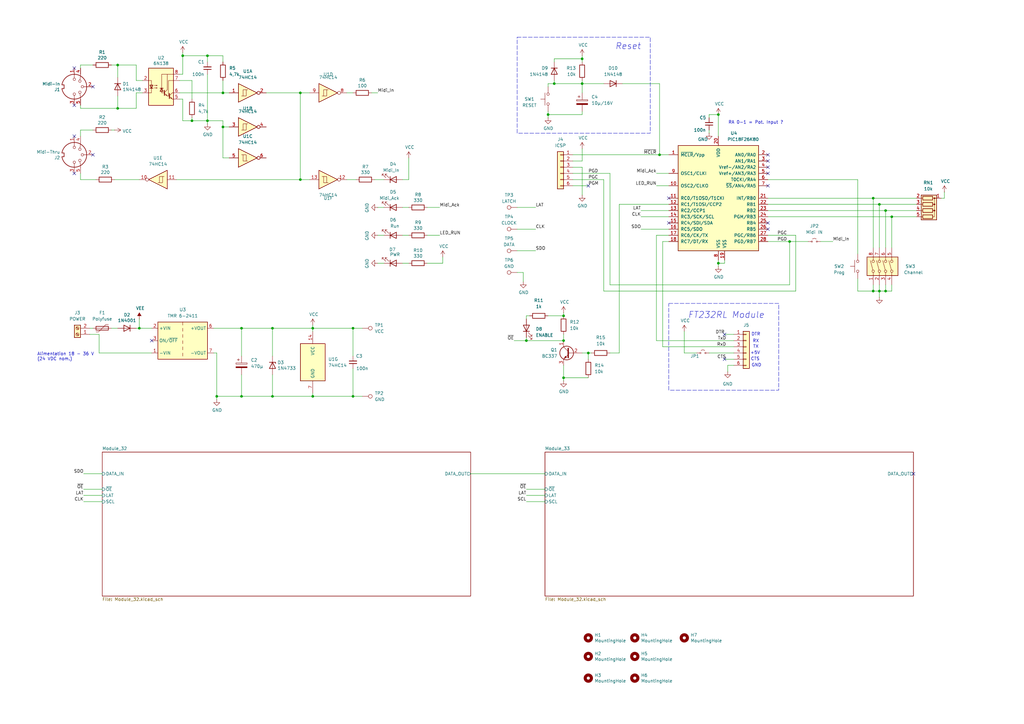
<source format=kicad_sch>
(kicad_sch (version 20250114) (generator "eeschema") (generator_version "9.0")
  (paper "A3")
  (title_block (title "Carte Midi - 64 Sorties") (date "2025-02-15"))
  (rectangle (start 212.09 15.24) (end 266.7 54.61) (stroke (width 0) (type dash)))
  (rectangle (start 274.32 124.46) (end 319.405 160.02) (stroke (width 0) (type dash)))
  (text "RA 0-1 = Pot. Input ?" (at 298.704 51.054 0) (effects (font (size 1.27 1.27)) (justify left bottom)))
  (text "Alimentation 18 - 36 V\n(24 VDC nom.)" (at 15.24 148.082 0) (effects (font (size 1.27 1.27)) (justify left bottom)))
  (text "TX" (at 310.007 142.24 0) (effects (font (size 1.27 1.27))))
  (text "RX" (at 310.007 139.954 0) (effects (font (size 1.27 1.27))))
  (text "FT232RL Module" (at 313.563 130.81 0) (effects (font (size 2.54 2.54) (italic yes)) (justify right bottom)))
  (text "GND" (at 310.261 149.86 0) (effects (font (size 1.27 1.27))))
  (text "Reset" (at 262.89 20.574 0) (effects (font (size 2.54 2.54) (italic yes)) (justify right bottom)))
  (text "+5V" (at 309.753 144.78 0) (effects (font (size 1.27 1.27))))
  (text "CTS" (at 309.753 147.32 0) (effects (font (size 1.27 1.27))))
  (text "DTR" (at 310.007 137.16 0) (effects (font (size 1.27 1.27))))
  (junction (at 91.44 52.07))
  (junction (at 111.76 162.56))
  (junction (at 360.68 119.38))
  (junction (at 323.85 99.06))
  (junction (at 365.76 88.9))
  (junction (at 78.74 49.53))
  (junction (at 360.68 83.82))
  (junction (at 231.14 154.94))
  (junction (at 358.14 81.28))
  (junction (at 74.93 22.86))
  (junction (at 238.76 34.29))
  (junction (at 224.79 46.99))
  (junction (at 294.64 107.95))
  (junction (at 363.22 86.36))
  (junction (at 85.09 22.86))
  (junction (at 48.26 44.45))
  (junction (at 111.76 134.62))
  (junction (at 128.27 134.62))
  (junction (at 144.78 162.56))
  (junction (at 128.27 162.56))
  (junction (at 227.33 34.29))
  (junction (at 48.26 26.67))
  (junction (at 99.06 162.56))
  (junction (at 270.51 63.5))
  (junction (at 99.06 134.62))
  (junction (at 88.9 162.56))
  (junction (at 85.09 49.53))
  (junction (at 123.19 38.1))
  (junction (at 231.14 129.54))
  (junction (at 363.22 119.38))
  (junction (at 57.15 134.62))
  (junction (at 231.14 139.7))
  (junction (at 241.3 144.78))
  (junction (at 358.14 119.38))
  (junction (at 294.64 46.99))
  (junction (at 215.9 139.7))
  (junction (at 238.76 24.13))
  (junction (at 123.19 73.66))
  (junction (at 144.78 134.62))
  (junction (at 91.44 38.1))
  (no_connect (at 30.48 55.88))
  (no_connect (at 314.96 93.98))
  (no_connect (at 38.1 35.56))
  (no_connect (at 374.65 194.31))
  (no_connect (at 274.32 81.28))
  (no_connect (at 30.48 27.94))
  (no_connect (at 62.23 139.7))
  (no_connect (at 314.96 91.44))
  (no_connect (at 314.96 76.2))
  (no_connect (at 297.18 137.16))
  (no_connect (at 314.96 63.5))
  (no_connect (at 274.32 91.44))
  (no_connect (at 38.1 63.5))
  (no_connect (at 314.96 71.12))
  (no_connect (at 30.48 71.12))
  (no_connect (at 241.3 76.2))
  (no_connect (at 314.96 68.58))
  (no_connect (at 297.18 147.32))
  (no_connect (at 30.48 43.18))
  (no_connect (at 314.96 66.04))
  (wire (pts (xy 34.29 200.66) (xy 41.91 200.66)))
  (wire (pts (xy 45.72 53.34) (xy 46.99 53.34)))
  (wire (pts (xy 254 144.78) (xy 250.19 144.78)))
  (wire (pts (xy 298.45 149.86) (xy 298.45 152.4)))
  (wire (pts (xy 219.71 85.09) (xy 212.09 85.09)))
  (wire (pts (xy 360.68 119.38) (xy 360.68 121.92)))
  (wire (pts (xy 217.17 129.54) (xy 215.9 129.54)))
  (wire (pts (xy 314.96 86.36) (xy 363.22 86.36)))
  (wire (pts (xy 234.95 73.66) (xy 247.65 73.66)))
  (wire (pts (xy 73.66 30.48) (xy 74.93 30.48)))
  (wire (pts (xy 157.48 107.95) (xy 154.94 107.95)))
  (wire (pts (xy 215.9 205.74) (xy 223.52 205.74)))
  (wire (pts (xy 152.4 38.1) (xy 154.94 38.1)))
  (wire (pts (xy 300.99 149.86) (xy 298.45 149.86)))
  (wire (pts (xy 238.76 68.58) (xy 238.76 80.01)))
  (wire (pts (xy 85.09 49.53) (xy 85.09 50.8)))
  (wire (pts (xy 290.83 54.61) (xy 290.83 53.34)))
  (wire (pts (xy 274.32 99.06) (xy 271.78 99.06)))
  (wire (pts (xy 238.76 24.13) (xy 238.76 25.4)))
  (wire (pts (xy 99.06 162.56) (xy 99.06 153.67)))
  (wire (pts (xy 111.76 153.67) (xy 111.76 162.56)))
  (wire (pts (xy 157.48 73.66) (xy 153.67 73.66)))
  (wire (pts (xy 74.93 22.86) (xy 85.09 22.86)))
  (wire (pts (xy 255.27 34.29) (xy 270.51 34.29)))
  (wire (pts (xy 238.76 45.72) (xy 238.76 46.99)))
  (wire (pts (xy 45.72 26.67) (xy 48.26 26.67)))
  (wire (pts (xy 351.79 114.3) (xy 351.79 119.38)))
  (wire (pts (xy 40.64 144.78) (xy 62.23 144.78)))
  (wire (pts (xy 91.44 52.07) (xy 93.98 52.07)))
  (wire (pts (xy 167.64 85.09) (xy 165.1 85.09)))
  (wire (pts (xy 48.26 44.45) (xy 33.02 44.45)))
  (wire (pts (xy 262.89 86.36) (xy 274.32 86.36)))
  (wire (pts (xy 358.14 116.84) (xy 358.14 119.38)))
  (wire (pts (xy 358.14 81.28) (xy 358.14 101.6)))
  (wire (pts (xy 48.26 26.67) (xy 55.88 26.67)))
  (wire (pts (xy 234.95 76.2) (xy 241.3 76.2)))
  (wire (pts (xy 74.93 40.64) (xy 74.93 49.53)))
  (wire (pts (xy 210.82 139.7) (xy 215.9 139.7)))
  (wire (pts (xy 262.89 93.98) (xy 274.32 93.98)))
  (wire (pts (xy 215.9 200.66) (xy 223.52 200.66)))
  (wire (pts (xy 127 73.66) (xy 123.19 73.66)))
  (wire (pts (xy 91.44 49.53) (xy 91.44 52.07)))
  (wire (pts (xy 167.64 73.66) (xy 167.64 64.77)))
  (wire (pts (xy 146.05 73.66) (xy 142.24 73.66)))
  (wire (pts (xy 55.88 26.67) (xy 55.88 33.02)))
  (wire (pts (xy 227.33 34.29) (xy 238.76 34.29)))
  (wire (pts (xy 73.66 33.02) (xy 78.74 33.02)))
  (wire (pts (xy 33.02 71.12) (xy 33.02 73.66)))
  (wire (pts (xy 231.14 154.94) (xy 241.3 154.94)))
  (wire (pts (xy 180.34 96.52) (xy 175.26 96.52)))
  (wire (pts (xy 219.71 93.98) (xy 212.09 93.98)))
  (wire (pts (xy 167.64 107.95) (xy 165.1 107.95)))
  (wire (pts (xy 34.29 203.2) (xy 41.91 203.2)))
  (wire (pts (xy 40.64 137.16) (xy 40.64 144.78)))
  (wire (pts (xy 55.88 44.45) (xy 48.26 44.45)))
  (wire (pts (xy 33.02 44.45) (xy 33.02 43.18)))
  (wire (pts (xy 294.64 107.95) (xy 294.64 109.22)))
  (wire (pts (xy 128.27 134.62) (xy 128.27 135.89)))
  (wire (pts (xy 215.9 139.7) (xy 231.14 139.7)))
  (wire (pts (xy 157.48 85.09) (xy 154.94 85.09)))
  (wire (pts (xy 78.74 49.53) (xy 85.09 49.53)))
  (wire (pts (xy 193.04 194.31) (xy 223.52 194.31)))
  (wire (pts (xy 57.15 130.81) (xy 57.15 134.62)))
  (wire (pts (xy 387.35 81.28) (xy 387.35 78.74)))
  (wire (pts (xy 109.22 38.1) (xy 123.19 38.1)))
  (wire (pts (xy 91.44 64.77) (xy 93.98 64.77)))
  (wire (pts (xy 128.27 162.56) (xy 111.76 162.56)))
  (wire (pts (xy 45.72 134.62) (xy 48.26 134.62)))
  (wire (pts (xy 128.27 162.56) (xy 128.27 161.29)))
  (wire (pts (xy 314.96 96.52) (xy 326.39 96.52)))
  (wire (pts (xy 215.9 138.43) (xy 215.9 139.7)))
  (wire (pts (xy 34.29 205.74) (xy 41.91 205.74)))
  (wire (pts (xy 314.96 99.06) (xy 323.85 99.06)))
  (wire (pts (xy 314.96 73.66) (xy 351.79 73.66)))
  (wire (pts (xy 270.51 34.29) (xy 270.51 63.5)))
  (wire (pts (xy 88.9 144.78) (xy 88.9 162.56)))
  (wire (pts (xy 78.74 40.64) (xy 78.74 33.02)))
  (wire (pts (xy 85.09 30.48) (xy 85.09 49.53)))
  (wire (pts (xy 33.02 73.66) (xy 39.37 73.66)))
  (wire (pts (xy 58.42 38.1) (xy 55.88 38.1)))
  (wire (pts (xy 55.88 38.1) (xy 55.88 44.45)))
  (wire (pts (xy 290.83 46.99) (xy 294.64 46.99)))
  (wire (pts (xy 234.95 68.58) (xy 238.76 68.58)))
  (wire (pts (xy 238.76 34.29) (xy 247.65 34.29)))
  (wire (pts (xy 238.76 22.86) (xy 238.76 24.13)))
  (wire (pts (xy 128.27 134.62) (xy 128.27 133.35)))
  (wire (pts (xy 386.08 81.28) (xy 387.35 81.28)))
  (wire (pts (xy 271.78 99.06) (xy 271.78 142.24)))
  (wire (pts (xy 250.19 116.84) (xy 323.85 116.84)))
  (wire (pts (xy 91.44 38.1) (xy 93.98 38.1)))
  (wire (pts (xy 227.33 24.13) (xy 238.76 24.13)))
  (wire (pts (xy 323.85 116.84) (xy 323.85 99.06)))
  (wire (pts (xy 250.19 71.12) (xy 250.19 116.84)))
  (wire (pts (xy 231.14 128.27) (xy 231.14 129.54)))
  (wire (pts (xy 360.68 83.82) (xy 375.92 83.82)))
  (wire (pts (xy 87.63 144.78) (xy 88.9 144.78)))
  (wire (pts (xy 274.32 76.2) (xy 269.24 76.2)))
  (wire (pts (xy 48.26 26.67) (xy 48.26 31.75)))
  (wire (pts (xy 294.64 46.99) (xy 294.64 55.88)))
  (wire (pts (xy 297.18 106.68) (xy 297.18 107.95)))
  (wire (pts (xy 254 83.82) (xy 274.32 83.82)))
  (wire (pts (xy 360.68 119.38) (xy 360.68 116.84)))
  (wire (pts (xy 87.63 134.62) (xy 99.06 134.62)))
  (wire (pts (xy 144.78 134.62) (xy 144.78 146.05)))
  (wire (pts (xy 142.24 38.1) (xy 144.78 38.1)))
  (wire (pts (xy 224.79 129.54) (xy 231.14 129.54)))
  (wire (pts (xy 238.76 34.29) (xy 238.76 33.02)))
  (wire (pts (xy 269.24 96.52) (xy 269.24 139.7)))
  (wire (pts (xy 238.76 60.96) (xy 238.76 66.04)))
  (wire (pts (xy 224.79 35.56) (xy 224.79 34.29)))
  (wire (pts (xy 57.15 134.62) (xy 62.23 134.62)))
  (wire (pts (xy 46.99 73.66) (xy 57.15 73.66)))
  (wire (pts (xy 247.65 119.38) (xy 326.39 119.38)))
  (wire (pts (xy 314.96 88.9) (xy 365.76 88.9)))
  (wire (pts (xy 212.09 111.76) (xy 214.63 111.76)))
  (wire (pts (xy 73.66 40.64) (xy 74.93 40.64)))
  (wire (pts (xy 262.89 88.9) (xy 274.32 88.9)))
  (wire (pts (xy 33.02 55.88) (xy 33.02 53.34)))
  (wire (pts (xy 123.19 38.1) (xy 127 38.1)))
  (wire (pts (xy 33.02 26.67) (xy 38.1 26.67)))
  (wire (pts (xy 144.78 162.56) (xy 148.59 162.56)))
  (wire (pts (xy 280.67 144.78) (xy 280.67 135.89)))
  (wire (pts (xy 85.09 25.4) (xy 85.09 22.86)))
  (wire (pts (xy 300.99 147.32) (xy 297.18 147.32)))
  (wire (pts (xy 99.06 162.56) (xy 111.76 162.56)))
  (wire (pts (xy 214.63 111.76) (xy 214.63 115.57)))
  (wire (pts (xy 74.93 22.86) (xy 74.93 21.59)))
  (wire (pts (xy 91.44 22.86) (xy 91.44 25.4)))
  (wire (pts (xy 363.22 86.36) (xy 363.22 101.6)))
  (wire (pts (xy 33.02 53.34) (xy 38.1 53.34)))
  (wire (pts (xy 238.76 144.78) (xy 241.3 144.78)))
  (wire (pts (xy 224.79 45.72) (xy 224.79 46.99)))
  (wire (pts (xy 85.09 49.53) (xy 91.44 49.53)))
  (wire (pts (xy 36.83 137.16) (xy 40.64 137.16)))
  (wire (pts (xy 73.66 38.1) (xy 91.44 38.1)))
  (wire (pts (xy 351.79 119.38) (xy 358.14 119.38)))
  (wire (pts (xy 326.39 96.52) (xy 326.39 119.38)))
  (wire (pts (xy 99.06 146.05) (xy 99.06 134.62)))
  (wire (pts (xy 128.27 162.56) (xy 144.78 162.56)))
  (wire (pts (xy 33.02 27.94) (xy 33.02 26.67)))
  (wire (pts (xy 219.71 102.87) (xy 212.09 102.87)))
  (wire (pts (xy 314.96 83.82) (xy 360.68 83.82)))
  (wire (pts (xy 34.29 194.31) (xy 41.91 194.31)))
  (wire (pts (xy 224.79 46.99) (xy 224.79 48.26)))
  (wire (pts (xy 215.9 203.2) (xy 223.52 203.2)))
  (wire (pts (xy 300.99 144.78) (xy 290.83 144.78)))
  (wire (pts (xy 323.85 99.06) (xy 331.47 99.06)))
  (wire (pts (xy 234.95 66.04) (xy 238.76 66.04)))
  (wire (pts (xy 365.76 88.9) (xy 375.92 88.9)))
  (wire (pts (xy 351.79 73.66) (xy 351.79 104.14)))
  (wire (pts (xy 123.19 38.1) (xy 123.19 73.66)))
  (wire (pts (xy 363.22 86.36) (xy 375.92 86.36)))
  (wire (pts (xy 358.14 81.28) (xy 375.92 81.28)))
  (wire (pts (xy 241.3 144.78) (xy 241.3 147.32)))
  (wire (pts (xy 157.48 96.52) (xy 154.94 96.52)))
  (wire (pts (xy 144.78 151.13) (xy 144.78 162.56)))
  (wire (pts (xy 128.27 134.62) (xy 144.78 134.62)))
  (wire (pts (xy 99.06 134.62) (xy 111.76 134.62)))
  (wire (pts (xy 48.26 39.37) (xy 48.26 44.45)))
  (wire (pts (xy 363.22 119.38) (xy 365.76 119.38)))
  (wire (pts (xy 280.67 144.78) (xy 285.75 144.78)))
  (wire (pts (xy 227.33 25.4) (xy 227.33 24.13)))
  (wire (pts (xy 55.88 33.02) (xy 58.42 33.02)))
  (wire (pts (xy 271.78 142.24) (xy 300.99 142.24)))
  (wire (pts (xy 238.76 34.29) (xy 238.76 38.1)))
  (wire (pts (xy 88.9 162.56) (xy 99.06 162.56)))
  (wire (pts (xy 91.44 52.07) (xy 91.44 64.77)))
  (wire (pts (xy 215.9 129.54) (xy 215.9 130.81)))
  (wire (pts (xy 294.64 106.68) (xy 294.64 107.95)))
  (wire (pts (xy 269.24 96.52) (xy 274.32 96.52)))
  (wire (pts (xy 231.14 137.16) (xy 231.14 139.7)))
  (wire (pts (xy 74.93 30.48) (xy 74.93 22.86)))
  (wire (pts (xy 336.55 99.06) (xy 341.63 99.06)))
  (wire (pts (xy 234.95 63.5) (xy 270.51 63.5)))
  (wire (pts (xy 269.24 139.7) (xy 300.99 139.7)))
  (wire (pts (xy 363.22 119.38) (xy 363.22 116.84)))
  (wire (pts (xy 274.32 63.5) (xy 270.51 63.5)))
  (wire (pts (xy 358.14 119.38) (xy 360.68 119.38)))
  (wire (pts (xy 360.68 119.38) (xy 363.22 119.38)))
  (wire (pts (xy 181.61 107.95) (xy 181.61 105.41)))
  (wire (pts (xy 175.26 107.95) (xy 181.61 107.95)))
  (wire (pts (xy 78.74 48.26) (xy 78.74 49.53)))
  (wire (pts (xy 85.09 22.86) (xy 91.44 22.86)))
  (wire (pts (xy 227.33 34.29) (xy 227.33 33.02)))
  (wire (pts (xy 72.39 73.66) (xy 123.19 73.66)))
  (wire (pts (xy 238.76 46.99) (xy 224.79 46.99)))
  (wire (pts (xy 111.76 146.05) (xy 111.76 134.62)))
  (wire (pts (xy 314.96 81.28) (xy 358.14 81.28)))
  (wire (pts (xy 297.18 107.95) (xy 294.64 107.95)))
  (wire (pts (xy 274.32 71.12) (xy 269.24 71.12)))
  (wire (pts (xy 297.18 137.16) (xy 300.99 137.16)))
  (wire (pts (xy 360.68 83.82) (xy 360.68 101.6)))
  (wire (pts (xy 234.95 71.12) (xy 250.19 71.12)))
  (wire (pts (xy 231.14 149.86) (xy 231.14 154.94)))
  (wire (pts (xy 144.78 134.62) (xy 148.59 134.62)))
  (wire (pts (xy 165.1 73.66) (xy 167.64 73.66)))
  (wire (pts (xy 290.83 48.26) (xy 290.83 46.99)))
  (wire (pts (xy 55.88 134.62) (xy 57.15 134.62)))
  (wire (pts (xy 128.27 134.62) (xy 111.76 134.62)))
  (wire (pts (xy 36.83 134.62) (xy 38.1 134.62)))
  (wire (pts (xy 74.93 49.53) (xy 78.74 49.53)))
  (wire (pts (xy 365.76 88.9) (xy 365.76 101.6)))
  (wire (pts (xy 180.34 85.09) (xy 175.26 85.09)))
  (wire (pts (xy 247.65 73.66) (xy 247.65 119.38)))
  (wire (pts (xy 254 83.82) (xy 254 144.78)))
  (wire (pts (xy 241.3 144.78) (xy 242.57 144.78)))
  (wire (pts (xy 224.79 34.29) (xy 227.33 34.29)))
  (wire (pts (xy 231.14 154.94) (xy 231.14 156.21)))
  (wire (pts (xy 91.44 33.02) (xy 91.44 38.1)))
  (wire (pts (xy 88.9 162.56) (xy 88.9 163.83)))
  (wire (pts (xy 365.76 119.38) (xy 365.76 116.84)))
  (wire (pts (xy 167.64 96.52) (xy 165.1 96.52)))
  (label "~{MCLR}" (at 269.24 63.5 180))
  (label "SDO" (at 34.29 194.31 180))
  (label "Midi_Ack" (at 180.34 85.09 0))
  (label "~{OE}" (at 210.82 139.7 180))
  (label "TxD" (at 297.815 139.7 180))
  (label "RxD" (at 297.815 142.24 180))
  (label "Midi_Ack" (at 269.24 71.12 180))
  (label "LED_RUN" (at 180.34 96.52 0))
  (label "CLK" (at 219.71 93.98 0))
  (label "~{OE}" (at 34.29 200.66 180))
  (label "LAT" (at 34.29 203.2 180))
  (label "CLK" (at 262.89 88.9 180))
  (label "~{OE}" (at 215.9 200.66 180))
  (label "LAT" (at 262.89 86.36 180))
  (label "SCL" (at 215.9 205.74 180))
  (label "PGC" (at 318.77 96.52 0))
  (label "Midi_In" (at 154.94 38.1 0))
  (label "PGC" (at 241.3 73.66 0))
  (label "CTS" (at 297.815 147.32 180))
  (label "PGM" (at 241.3 76.2 0))
  (label "SDO" (at 262.89 93.98 180))
  (label "DTR" (at 297.18 137.16 180))
  (label "LAT" (at 215.9 203.2 180))
  (label "CLK" (at 34.29 205.74 180))
  (label "PGD" (at 241.3 71.12 0))
  (label "PGD" (at 318.77 99.06 0))
  (label "SDO" (at 219.71 102.87 0))
  (label "Midi_In" (at 341.63 99.06 0))
  (label "LAT" (at 219.71 85.09 0))
  (label "LED_RUN" (at 269.24 76.2 180))
  (symbol (lib_id "Device:LED") (at 161.29 107.95 0) (mirror x) (unit 1)
    (property "Reference" "D7" (at 162.306 102.362 0) (effects (justify right)))
    (property "Value" "PWR" (at 164.084 104.394 0) (effects (justify right)))
    (property "Footprint" "LED_THT:LED_D3.0mm" (effects (hide yes)))
    (property "Description" "Light emitting diode" (effects (hide yes)))
  )
  (symbol (lib_id "Connector:DIN-5_180degree") (at 30.48 35.56 270) (unit 1)
    (property "Reference" "J1" (at 24.6634 36.7284 90) (effects (justify right)))
    (property "Value" "Midi-In" (at 24.6634 34.417 90) (effects (justify right)))
    (property "Footprint" "Connector_Audio:DIN5" (effects (hide yes)))
    (property "Datasheet" "http://www.mouser.com/ds/2/18/40_c091_abd_e-75918.pdf" (effects (hide yes)))
    (property "Description" "5-pin DIN connector (5-pin DIN-5 stereo)" (effects (hide yes)))
  )
  (symbol (lib_id "Device:R") (at 41.91 26.67 270) (unit 1)
    (property "Reference" "R1" (at 41.91 21.4122 90))
    (property "Value" "220" (at 41.91 23.7236 90))
    (property "Footprint" "Resistor_THT:R_Axial_DIN0207_L6.3mm_D2.5mm_P10.16mm_Horizontal" (effects (hide yes)))
    (property "Description" "Resistor" (effects (hide yes)))
  )
  (symbol (lib_id "Diode:1N4148") (at 48.26 35.56 270) (unit 1)
    (property "Reference" "D1" (at 50.2666 34.3916 90) (effects (justify left)))
    (property "Value" "1N4148" (at 50.2666 36.703 90) (effects (justify left)))
    (property "Footprint" "Diode_THT:D_DO-35_SOD27_P7.62mm_Horizontal" (effects (hide yes)))
    (property "Datasheet" "https://assets.nexperia.com/documents/data-sheet/1N4148_1N4448.pdf" (effects (hide yes)))
    (property "Description" "100V 0.15A standard switching diode, DO-35" (effects (hide yes)))
    (property "Sim.Device" "D" (effects (hide yes)))
    (property "Sim.Pins" "1=K 2=A" (effects (hide yes)))
  )
  (symbol (lib_id "Isolator:6N138") (at 66.04 35.56 0) (unit 1)
    (property "Reference" "U2" (at 66.04 23.6982 0))
    (property "Value" "6N138" (at 66.04 26.0096 0))
    (property "Footprint" "Package_DIP:DIP-8_W7.62mm_Socket" (effects (hide yes)))
    (property "Datasheet" "http://www.onsemi.com/pub/Collateral/HCPL2731-D.pdf" (effects (hide yes)))
    (property "Description" "Low Input Current high Gain Split Darlington Optocouplers, -0.5V to 7V VDD, DIP-8" (effects (hide yes)))
  )
  (symbol (lib_id "Device:D") (at 52.07 134.62 180) (unit 1)
    (property "Reference" "D2" (at 52.07 129.1336 0))
    (property "Value" "1N4001" (at 52.07 131.445 0))
    (property "Footprint" "Diode_THT:D_DO-41_SOD81_P7.62mm_Horizontal" (effects (hide yes)))
    (property "Description" "Diode" (effects (hide yes)))
    (property "Sim.Device" "D" (effects (hide yes)))
    (property "Sim.Pins" "1=K 2=A" (effects (hide yes)))
  )
  (symbol (lib_id "Device:D_Zener") (at 111.76 149.86 270) (unit 1)
    (property "Reference" "D3" (at 113.7666 148.6916 90) (effects (justify left)))
    (property "Value" "1N4733" (at 113.7666 151.003 90) (effects (justify left)))
    (property "Footprint" "Diode_THT:D_DO-35_SOD27_P7.62mm_Horizontal" (effects (hide yes)))
    (property "Description" "Zener diode" (effects (hide yes)))
  )
  (symbol (lib_id "power:VCC") (at 128.27 133.35 0) (unit 1)
    (property "Reference" "#PWR06" (effects (hide yes)))
    (property "Value" "VCC" (at 128.7018 128.9558 0))
    (property "Description" "Power symbol creates a global label with name \"VCC\"" (effects (hide yes)))
  )
  (symbol (lib_id "power:VCC") (at 294.64 46.99 0) (unit 1)
    (property "Reference" "#PWR020" (effects (hide yes)))
    (property "Value" "VCC" (at 295.0718 42.5958 0))
    (property "Description" "Power symbol creates a global label with name \"VCC\"" (effects (hide yes)))
  )
  (symbol (lib_id "Switch:SW_Push") (at 351.79 109.22 90) (unit 1)
    (property "Reference" "SW2" (at 344.17 109.22 90))
    (property "Value" "Prog" (at 344.17 111.76 90))
    (property "Footprint" "Button_Switch_THT:SW_PUSH_6mm" (effects (hide yes)))
    (property "Description" "Push button switch, generic, two pins" (effects (hide yes)))
  )
  (symbol (lib_id "power:GND") (at 88.9 163.83 0) (unit 1)
    (property "Reference" "#PWR05" (effects (hide yes)))
    (property "Value" "GND" (at 89.027 168.2242 0))
    (property "Description" "Power symbol creates a global label with name \"GND\" , ground" (effects (hide yes)))
  )
  (symbol (lib_id "power:GND") (at 85.09 50.8 0) (unit 1)
    (property "Reference" "#PWR04" (effects (hide yes)))
    (property "Value" "GND" (at 85.217 55.1942 0))
    (property "Description" "Power symbol creates a global label with name \"GND\" , ground" (effects (hide yes)))
  )
  (symbol (lib_id "power:GND") (at 360.68 121.92 0) (unit 1)
    (property "Reference" "#PWR025" (effects (hide yes)))
    (property "Value" "GND" (effects (hide yes)))
    (property "Description" "Power symbol creates a global label with name \"GND\" , ground" (effects (hide yes)))
  )
  (symbol (lib_id "power:GND") (at 294.64 109.22 0) (unit 1)
    (property "Reference" "#PWR021" (effects (hide yes)))
    (property "Value" "GND" (at 294.767 113.6142 0))
    (property "Description" "Power symbol creates a global label with name \"GND\" , ground" (effects (hide yes)))
  )
  (symbol (lib_id "power:GND") (at 154.94 85.09 270) (unit 1)
    (property "Reference" "#PWR07" (effects (hide yes)))
    (property "Value" "GND" (at 150.5458 85.217 0))
    (property "Description" "Power symbol creates a global label with name \"GND\" , ground" (effects (hide yes)))
  )
  (symbol (lib_id "power:GND") (at 154.94 107.95 270) (unit 1)
    (property "Reference" "#PWR09" (effects (hide yes)))
    (property "Value" "GND" (at 150.5458 108.077 0))
    (property "Description" "Power symbol creates a global label with name \"GND\" , ground" (effects (hide yes)))
  )
  (symbol (lib_id "Connector:DIN-5_180degree") (at 30.48 63.5 270) (unit 1)
    (property "Reference" "J2" (at 24.638 64.6684 90) (effects (justify right)))
    (property "Value" "Midi-Thru" (at 24.638 62.357 90) (effects (justify right)))
    (property "Footprint" "Connector_Audio:DIN5" (effects (hide yes)))
    (property "Datasheet" "http://www.mouser.com/ds/2/18/40_c091_abd_e-75918.pdf" (effects (hide yes)))
    (property "Description" "5-pin DIN connector (5-pin DIN-5 stereo)" (effects (hide yes)))
  )
  (symbol (lib_id "Device:R") (at 41.91 53.34 270) (unit 1)
    (property "Reference" "R2" (at 41.91 48.0822 90))
    (property "Value" "220" (at 41.91 50.3936 90))
    (property "Footprint" "Resistor_THT:R_Axial_DIN0207_L6.3mm_D2.5mm_P10.16mm_Horizontal" (effects (hide yes)))
    (property "Description" "Resistor" (effects (hide yes)))
  )
  (symbol (lib_id "MCU_Microchip_PIC16:PIC16F876-XXISO") (at 294.64 81.28 0) (unit 1)
    (property "Reference" "U4" (at 300.99 54.61 0))
    (property "Value" "PIC18F26K80" (at 304.8 57.15 0))
    (property "Footprint" "Package_DIP:DIP-28_W7.62mm_Socket" (effects (hide yes)))
    (property "Datasheet" "http://ww1.microchip.com/downloads/en/DeviceDoc/30292C.pdf" (effects (hide yes)))
    (property "Description" "PIC16F876, 8K Flash, 386B SRAM, 256B EEPROM, SOIC28" (effects (hide yes)))
  )
  (symbol (lib_id "Switch:SW_DIP_x04") (at 363.22 109.22 90) (unit 1)
    (property "Reference" "SW3" (at 373.38 109.22 90))
    (property "Value" "Channel" (at 374.65 111.76 90))
    (property "Footprint" "Button_Switch_THT:SW_DIP_SPSTx04_Slide_9.78x12.34mm_W7.62mm_P2.54mm" (effects (hide yes)))
    (property "Description" "4x DIP Switch, Single Pole Single Throw (SPST) switch, small symbol" (effects (hide yes)))
  )
  (symbol (lib_id "power:VCC") (at 74.93 21.59 0) (unit 1)
    (property "Reference" "#PWR03" (effects (hide yes)))
    (property "Value" "VCC" (at 75.3618 17.1958 0))
    (property "Description" "Power symbol creates a global label with name \"VCC\"" (effects (hide yes)))
  )
  (symbol (lib_id "Device:R") (at 149.86 73.66 270) (unit 1)
    (property "Reference" "R7" (at 149.86 68.4022 90))
    (property "Value" "330" (at 149.86 70.7136 90))
    (property "Footprint" "Resistor_THT:R_Axial_DIN0207_L6.3mm_D2.5mm_P10.16mm_Horizontal" (effects (hide yes)))
    (property "Description" "Resistor" (effects (hide yes)))
  )
  (symbol (lib_id "Device:LED") (at 161.29 73.66 0) (mirror x) (unit 1)
    (property "Reference" "D4" (at 162.56 67.31 0) (effects (justify right)))
    (property "Value" "Midi_In" (at 163.83 69.85 0) (effects (justify right)))
    (property "Footprint" "LED_THT:LED_D3.0mm" (effects (hide yes)))
    (property "Description" "Light emitting diode" (effects (hide yes)))
  )
  (symbol (lib_id "power:VCC") (at 46.99 53.34 270) (unit 1)
    (property "Reference" "#PWR01" (effects (hide yes)))
    (property "Value" "VCC" (at 50.2412 53.7718 90) (effects (justify left)))
    (property "Description" "Power symbol creates a global label with name \"VCC\"" (effects (hide yes)))
  )
  (symbol (lib_id "Device:R") (at 43.18 73.66 270) (unit 1)
    (property "Reference" "R3" (at 43.18 68.4022 90))
    (property "Value" "220" (at 43.18 70.7136 90))
    (property "Footprint" "Resistor_THT:R_Axial_DIN0207_L6.3mm_D2.5mm_P10.16mm_Horizontal" (effects (hide yes)))
    (property "Description" "Resistor" (effects (hide yes)))
  )
  (symbol (lib_id "Device:C_Small") (at 290.83 50.8 180) (unit 1)
    (property "Reference" "C5" (at 288.29 48.26 0))
    (property "Value" "100n" (at 287.02 53.34 0))
    (property "Footprint" "Capacitor_THT:C_Disc_D5.0mm_W2.5mm_P2.50mm" (effects (hide yes)))
    (property "Description" "Unpolarized capacitor, small symbol" (effects (hide yes)))
  )
  (symbol (lib_id "power:GND") (at 290.83 54.61 0) (unit 1)
    (property "Reference" "#PWR019" (effects (hide yes)))
    (property "Value" "GND" (at 288.29 57.15 0))
    (property "Description" "Power symbol creates a global label with name \"GND\" , ground" (effects (hide yes)))
  )
  (symbol (lib_id "Mechanical:MountingHole") (at 241.3 261.62 0) (unit 1)
    (property "Reference" "H1" (at 243.84 260.4516 0) (effects (justify left)))
    (property "Value" "MountingHole" (at 243.84 262.763 0) (effects (justify left)))
    (property "Footprint" "MountingHole:MountingHole_3.2mm_M3" (effects (hide yes)))
    (property "Description" "Mounting Hole without connection" (effects (hide yes)))
  )
  (symbol (lib_id "Mechanical:MountingHole") (at 241.3 269.24 0) (unit 1)
    (property "Reference" "H2" (at 243.84 268.0716 0) (effects (justify left)))
    (property "Value" "MountingHole" (at 243.84 270.383 0) (effects (justify left)))
    (property "Footprint" "MountingHole:MountingHole_3.2mm_M3" (effects (hide yes)))
    (property "Description" "Mounting Hole without connection" (effects (hide yes)))
  )
  (symbol (lib_id "Mechanical:MountingHole") (at 260.35 261.62 0) (unit 1)
    (property "Reference" "H4" (at 262.89 260.4516 0) (effects (justify left)))
    (property "Value" "MountingHole" (at 262.89 262.763 0) (effects (justify left)))
    (property "Footprint" "MountingHole:MountingHole_3.2mm_M3" (effects (hide yes)))
    (property "Description" "Mounting Hole without connection" (effects (hide yes)))
  )
  (symbol (lib_id "Mechanical:MountingHole") (at 260.35 269.24 0) (unit 1)
    (property "Reference" "H5" (at 262.89 268.0716 0) (effects (justify left)))
    (property "Value" "MountingHole" (at 262.89 270.383 0) (effects (justify left)))
    (property "Footprint" "MountingHole:MountingHole_3.2mm_M3" (effects (hide yes)))
    (property "Description" "Mounting Hole without connection" (effects (hide yes)))
  )
  (symbol (lib_id "Device:C_Small") (at 85.09 27.94 180) (unit 1)
    (property "Reference" "C1" (at 82.55 25.4 0))
    (property "Value" "100n" (at 81.28 30.48 0))
    (property "Footprint" "Capacitor_THT:C_Disc_D5.0mm_W2.5mm_P2.50mm" (effects (hide yes)))
    (property "Description" "Unpolarized capacitor, small symbol" (effects (hide yes)))
  )
  (symbol (lib_id "power:VEE") (at 57.15 130.81 0) (unit 1)
    (property "Reference" "#PWR02" (effects (hide yes)))
    (property "Value" "VEE" (at 57.531 126.4158 0))
    (property "Description" "Power symbol creates a global label with name \"VEE\"" (effects (hide yes)))
  )
  (symbol (lib_id "power:VCC") (at 167.64 64.77 0) (unit 1)
    (property "Reference" "#PWR010" (effects (hide yes)))
    (property "Value" "VCC" (at 168.021 60.3758 0))
    (property "Description" "Power symbol creates a global label with name \"VCC\"" (effects (hide yes)))
  )
  (symbol (lib_id "power:GND") (at 154.94 96.52 270) (unit 1)
    (property "Reference" "#PWR08" (effects (hide yes)))
    (property "Value" "GND" (at 150.5458 96.647 0))
    (property "Description" "Power symbol creates a global label with name \"GND\" , ground" (effects (hide yes)))
  )
  (symbol (lib_id "74xx:74HC14") (at 101.6 38.1 0) (unit 1)
    (property "Reference" "U1" (at 101.6 29.21 0))
    (property "Value" "74HC14" (at 101.6 31.75 0))
    (property "Footprint" "Package_DIP:CERDIP-14_W7.62mm_SideBrazed_Socket" (effects (hide yes)))
    (property "Datasheet" "http://www.ti.com/lit/gpn/sn74HC14" (effects (hide yes)))
    (property "Description" "Hex inverter schmitt trigger" (effects (hide yes)))
  )
  (symbol (lib_id "Converter_DCDC:TMR-2412") (at 74.93 139.7 0) (unit 1)
    (property "Reference" "U3" (at 74.93 127 0))
    (property "Value" "TMR 6-2411" (at 74.93 129.54 0))
    (property "Footprint" "Converter_DCDC:Converter_DCDC_TRACO_TMR-xxxx_THT" (effects (hide yes)))
    (property "Datasheet" "https://www.tracopower.com/products/tmr2.pdf" (effects (hide yes)))
    (property "Description" "165mA Regulated 2W DC/DC converter with 1.5kV isolation, 18V-36V input, 12V fixed Output Voltage, SIP-8" (effects (hide yes)))
  )
  (symbol (lib_id "Mechanical:MountingHole") (at 260.35 278.13 0) (unit 1)
    (property "Reference" "H6" (at 262.89 276.9616 0) (effects (justify left)))
    (property "Value" "MountingHole" (at 262.89 279.273 0) (effects (justify left)))
    (property "Footprint" "MountingHole:MountingHole_3.2mm_M3" (effects (hide yes)))
    (property "Description" "Mounting Hole without connection" (effects (hide yes)))
  )
  (symbol (lib_id "74xx:74HC14") (at 101.6 52.07 0) (unit 2)
    (property "Reference" "U1" (at 101.6 44.45 0))
    (property "Value" "74HC14" (at 101.6 45.72 0))
    (property "Footprint" "Package_DIP:CERDIP-14_W7.62mm_SideBrazed_Socket" (effects (hide yes)))
    (property "Datasheet" "http://www.ti.com/lit/gpn/sn74HC14" (effects (hide yes)))
    (property "Description" "Hex inverter schmitt trigger" (effects (hide yes)))
  )
  (symbol (lib_id "Connector:TestPoint") (at 148.59 162.56 270) (unit 1)
    (property "Reference" "TP2" (at 153.67 161.2899 90) (effects (justify left)))
    (property "Value" "GND" (at 153.67 163.8299 90) (effects (justify left)))
    (property "Footprint" "TestPoint:TestPoint_Loop_D2.50mm_Drill1.0mm" (effects (hide yes)))
    (property "Description" "test point" (effects (hide yes)))
  )
  (symbol (lib_id "Device:R_Network04") (at 381 86.36 270) (unit 1)
    (property "Reference" "RN1" (at 380.746 74.93 90))
    (property "Value" "10k" (at 380.746 77.47 90))
    (property "Footprint" "Resistor_THT:R_Array_SIP5" (effects (hide yes)))
    (property "Datasheet" "http://www.vishay.com/docs/31509/csc.pdf" (effects (hide yes)))
    (property "Description" "4 resistor network, star topology, bussed resistors, small symbol" (effects (hide yes)))
  )
  (symbol (lib_id "power:VCC") (at 181.61 105.41 0) (unit 1)
    (property "Reference" "#PWR011" (effects (hide yes)))
    (property "Value" "VCC" (at 182.0418 101.0158 0))
    (property "Description" "Power symbol creates a global label with name \"VCC\"" (effects (hide yes)))
  )
  (symbol (lib_id "power:GND") (at 214.63 115.57 0) (unit 1)
    (property "Reference" "#PWR053" (effects (hide yes)))
    (property "Value" "GND" (at 214.757 119.9642 0))
    (property "Description" "Power symbol creates a global label with name \"GND\" , ground" (effects (hide yes)))
  )
  (symbol (lib_id "Mechanical:MountingHole") (at 280.67 261.62 0) (unit 1)
    (property "Reference" "H7" (at 283.21 260.4516 0) (effects (justify left)))
    (property "Value" "MountingHole" (at 283.21 262.763 0) (effects (justify left)))
    (property "Footprint" "MountingHole:MountingHole_3.2mm_M3" (effects (hide yes)))
    (property "Description" "Mounting Hole without connection" (effects (hide yes)))
  )
  (symbol (lib_id "Device:C_Small") (at 144.78 148.59 0) (mirror x) (unit 1)
    (property "Reference" "C3" (at 147.32 146.05 0))
    (property "Value" "100n" (at 148.59 151.13 0))
    (property "Footprint" "Capacitor_THT:C_Disc_D5.0mm_W2.5mm_P2.50mm" (effects (hide yes)))
    (property "Description" "Unpolarized capacitor, small symbol" (effects (hide yes)))
  )
  (symbol (lib_id "power:VCC") (at 280.67 135.89 0) (unit 1)
    (property "Reference" "#PWR018" (effects (hide yes)))
    (property "Value" "VCC" (at 281.051 131.4958 0))
    (property "Description" "Power symbol creates a global label with name \"VCC\"" (effects (hide yes)))
  )
  (symbol (lib_id "Diode:1N4148") (at 251.46 34.29 180) (unit 1)
    (property "Reference" "D10" (at 251.46 27.94 0))
    (property "Value" "1N4148" (at 251.46 30.48 0))
    (property "Footprint" "Diode_THT:D_DO-35_SOD27_P7.62mm_Horizontal" (effects (hide yes)))
    (property "Datasheet" "https://assets.nexperia.com/documents/data-sheet/1N4148_1N4448.pdf" (effects (hide yes)))
    (property "Description" "100V 0.15A standard switching diode, DO-35" (effects (hide yes)))
    (property "Sim.Device" "D" (effects (hide yes)))
    (property "Sim.Pins" "1=K 2=A" (effects (hide yes)))
  )
  (symbol (lib_id "Mechanical:MountingHole") (at 241.3 278.13 0) (unit 1)
    (property "Reference" "H3" (at 243.84 276.9616 0) (effects (justify left)))
    (property "Value" "MountingHole" (at 243.84 279.273 0) (effects (justify left)))
    (property "Footprint" "MountingHole:MountingHole_3.2mm_M3" (effects (hide yes)))
    (property "Description" "Mounting Hole without connection" (effects (hide yes)))
  )
  (symbol (lib_id "Device:C_Polarized") (at 238.76 41.91 0) (unit 1)
    (property "Reference" "C4" (at 242.57 39.7509 0) (effects (justify left)))
    (property "Value" "10µ/16V" (at 242.57 42.2909 0) (effects (justify left)))
    (property "Footprint" "Capacitor_THT:CP_Radial_D5.0mm_P2.00mm" (effects (hide yes)))
    (property "Description" "Polarized capacitor" (effects (hide yes)))
  )
  (symbol (lib_id "Transistor_BJT:BC337") (at 233.68 144.78 0) (mirror y) (unit 1)
    (property "Reference" "Q1" (at 228.6 143.5099 0) (effects (justify left)))
    (property "Value" "BC337" (at 228.6 146.0499 0) (effects (justify left)))
    (property "Footprint" "Package_TO_SOT_THT:TO-92_Inline" (effects (hide yes)))
    (property "Datasheet" "https://diotec.com/tl_files/diotec/files/pdf/datasheets/bc337.pdf" (effects (hide yes)))
    (property "Description" "0.8A Ic, 45V Vce, NPN Transistor, TO-92" (effects (hide yes)))
  )
  (symbol (lib_id "Device:LED") (at 161.29 96.52 0) (mirror x) (unit 1)
    (property "Reference" "D6" (at 162.56 90.17 0) (effects (justify right)))
    (property "Value" "Run" (at 163.83 92.71 0) (effects (justify right)))
    (property "Footprint" "LED_THT:LED_D3.0mm" (effects (hide yes)))
    (property "Description" "Light emitting diode" (effects (hide yes)))
  )
  (symbol (lib_id "Device:LED") (at 161.29 85.09 0) (mirror x) (unit 1)
    (property "Reference" "D5" (at 162.56 78.74 0) (effects (justify right)))
    (property "Value" "Midi_Ack" (at 163.83 81.28 0) (effects (justify right)))
    (property "Footprint" "LED_THT:LED_D3.0mm" (effects (hide yes)))
    (property "Description" "Light emitting diode" (effects (hide yes)))
  )
  (symbol (lib_id "74xx:74HC14") (at 64.77 73.66 180) (unit 5)
    (property "Reference" "U1" (at 64.77 64.77 0))
    (property "Value" "74HC14" (at 64.77 67.31 0))
    (property "Footprint" "Package_DIP:CERDIP-14_W7.62mm_SideBrazed_Socket" (effects (hide yes)))
    (property "Datasheet" "http://www.ti.com/lit/gpn/sn74HC14" (effects (hide yes)))
    (property "Description" "Hex inverter schmitt trigger" (effects (hide yes)))
  )
  (symbol (lib_id "Device:C_Polarized") (at 99.06 149.86 0) (unit 1)
    (property "Reference" "C2" (at 102.87 147.7009 0) (effects (justify left)))
    (property "Value" "470µ" (at 102.87 150.2409 0) (effects (justify left)))
    (property "Footprint" "Capacitor_THT:CP_Radial_D6.3mm_P2.50mm" (effects (hide yes)))
    (property "Description" "Polarized capacitor" (effects (hide yes)))
  )
  (symbol (lib_id "Device:R") (at 91.44 29.21 0) (unit 1)
    (property "Reference" "R5" (at 93.98 27.9399 0) (effects (justify left)))
    (property "Value" "4,7k" (at 93.98 30.4799 0) (effects (justify left)))
    (property "Footprint" "Resistor_THT:R_Axial_DIN0207_L6.3mm_D2.5mm_P7.62mm_Horizontal" (effects (hide yes)))
    (property "Description" "Resistor" (effects (hide yes)))
  )
  (symbol (lib_id "power:GND") (at 298.45 152.4 0) (unit 1)
    (property "Reference" "#PWR022" (effects (hide yes)))
    (property "Value" "GND" (at 298.45 157.48 0))
  )
  (symbol (lib_id "Device:R") (at 171.45 107.95 270) (unit 1)
    (property "Reference" "R10" (at 171.45 102.6922 90))
    (property "Value" "330" (at 171.45 105.0036 90))
    (property "Footprint" "Resistor_THT:R_Axial_DIN0207_L6.3mm_D2.5mm_P10.16mm_Horizontal" (effects (hide yes)))
    (property "Description" "Resistor" (effects (hide yes)))
  )
  (symbol (lib_id "power:VCC") (at 387.35 78.74 0) (unit 1)
    (property "Reference" "#PWR026" (effects (hide yes)))
    (property "Value" "VCC" (at 387.7818 74.3458 0))
    (property "Description" "Power symbol creates a global label with name \"VCC\"" (effects (hide yes)))
  )
  (symbol (lib_id "Connector:TestPoint") (at 148.59 134.62 270) (unit 1)
    (property "Reference" "TP1" (at 153.67 133.3499 90) (effects (justify left)))
    (property "Value" "VCC" (at 153.67 135.8899 90) (effects (justify left)))
    (property "Footprint" "TestPoint:TestPoint_Loop_D2.50mm_Drill1.0mm" (effects (hide yes)))
    (property "Description" "test point" (effects (hide yes)))
  )
  (symbol (lib_id "Device:LED") (at 215.9 134.62 90) (unit 1)
    (property "Reference" "D8" (at 219.71 134.9374 90) (effects (justify right)))
    (property "Value" "ENABLE" (at 219.71 137.4774 90) (effects (justify right)))
    (property "Footprint" "LED_THT:LED_D3.0mm" (effects (hide yes)))
    (property "Description" "Light emitting diode" (effects (hide yes)))
  )
  (symbol (lib_id "power:VCC") (at 238.76 22.86 0) (unit 1)
    (property "Reference" "#PWR015" (effects (hide yes)))
    (property "Value" "VCC" (at 239.1918 18.4658 0))
    (property "Description" "Power symbol creates a global label with name \"VCC\"" (effects (hide yes)))
  )
  (symbol (lib_id "Switch:SW_Push") (at 224.79 40.64 90) (unit 1)
    (property "Reference" "SW1" (at 217.17 40.64 90))
    (property "Value" "RESET" (at 217.17 43.18 90))
    (property "Footprint" "Button_Switch_THT:SW_PUSH_6mm" (effects (hide yes)))
    (property "Description" "Push button switch, generic, two pins" (effects (hide yes)))
  )
  (symbol (lib_id "Connector:TestPoint") (at 212.09 93.98 90) (mirror x) (unit 1)
    (property "Reference" "TP4" (at 208.788 88.9 90))
    (property "Value" "CLOCK" (at 208.788 91.44 90))
    (property "Footprint" "TestPoint:TestPoint_Loop_D2.50mm_Drill1.0mm" (effects (hide yes)))
    (property "Description" "test point" (effects (hide yes)))
  )
  (symbol (lib_id "power:GND") (at 224.79 48.26 0) (unit 1)
    (property "Reference" "#PWR012" (effects (hide yes)))
    (property "Value" "GND" (at 224.917 52.6542 0))
    (property "Description" "Power symbol creates a global label with name \"GND\" , ground" (effects (hide yes)))
  )
  (symbol (lib_id "power:VCC") (at 238.76 60.96 0) (unit 1)
    (property "Reference" "#PWR016" (effects (hide yes)))
    (property "Value" "VCC" (at 239.1918 56.5658 0))
    (property "Description" "Power symbol creates a global label with name \"VCC\"" (effects (hide yes)))
  )
  (symbol (lib_id "Device:R") (at 231.14 133.35 0) (unit 1)
    (property "Reference" "R12" (at 233.68 132.0799 0) (effects (justify left)))
    (property "Value" "10k" (at 233.68 134.6199 0) (effects (justify left)))
    (property "Footprint" "Resistor_THT:R_Axial_DIN0207_L6.3mm_D2.5mm_P10.16mm_Horizontal" (effects (hide yes)))
    (property "Description" "Resistor" (effects (hide yes)))
  )
  (symbol (lib_id "Jumper:Jumper_2_Small_Open") (at 334.01 99.06 0) (unit 1) (exclude_from_sim yes)
    (property "Reference" "JP2" (at 334.01 92.71 0))
    (property "Value" "Midi IN" (at 334.01 95.25 0))
    (property "Footprint" "Connector_PinHeader_2.54mm:PinHeader_1x02_P2.54mm_Vertical" (effects (hide yes)))
    (property "Description" "Jumper, 2-pole, small symbol, open" (effects (hide yes)))
  )
  (symbol (lib_id "Connector_Generic:Conn_01x06") (at 306.07 142.24 0) (unit 1)
    (property "Reference" "J5" (at 306.07 133.35 0))
    (property "Value" "FT232" (effects (hide yes)))
    (property "Footprint" "Connector_PinSocket_2.54mm:PinSocket_1x06_P2.54mm_Horizontal" (effects (hide yes)))
  )
  (symbol (lib_id "Device:Polyfuse") (at 41.91 134.62 90) (unit 1)
    (property "Reference" "F1" (at 41.91 128.27 90))
    (property "Value" "Polyfuse" (at 41.91 130.81 90))
    (property "Footprint" "Fuse:Fuse_Littelfuse-LVR100" (effects (hide yes)))
    (property "Description" "Resettable fuse, polymeric positive temperature coefficient" (effects (hide yes)))
  )
  (symbol (lib_id "Connector:Screw_Terminal_01x02") (at 31.75 137.16 180) (unit 1)
    (property "Reference" "J3" (at 31.75 128.27 0))
    (property "Value" "POWER" (at 31.75 130.81 0))
    (property "Footprint" "TerminalBlock_Phoenix:TerminalBlock_Phoenix_MKDS-1,5-2-5.08_1x02_P5.08mm_Horizontal" (effects (hide yes)))
    (property "Description" "Generic screw terminal, single row, 01x02, script generated (kicad-library-utils/schlib/autogen/connector/)" (effects (hide yes)))
  )
  (symbol (lib_id "74xx:74HC14") (at 101.6 64.77 0) (mirror x) (unit 3)
    (property "Reference" "U1" (at 101.6 55.88 0))
    (property "Value" "74HC14" (at 101.6 58.42 0))
    (property "Footprint" "Package_DIP:CERDIP-14_W7.62mm_SideBrazed_Socket" (effects (hide yes)))
    (property "Datasheet" "http://www.ti.com/lit/gpn/sn74HC14" (effects (hide yes)))
    (property "Description" "Hex inverter schmitt trigger" (effects (hide yes)))
  )
  (symbol (lib_id "Device:R") (at 241.3 151.13 0) (unit 1)
    (property "Reference" "R14" (at 243.84 149.8599 0) (effects (justify left)))
    (property "Value" "10k" (at 243.84 152.3999 0) (effects (justify left)))
    (property "Footprint" "Resistor_THT:R_Axial_DIN0207_L6.3mm_D2.5mm_P10.16mm_Horizontal" (effects (hide yes)))
    (property "Description" "Resistor" (effects (hide yes)))
  )
  (symbol (lib_id "Device:R") (at 171.45 85.09 270) (unit 1)
    (property "Reference" "R8" (at 171.45 79.8322 90))
    (property "Value" "330" (at 171.45 82.1436 90))
    (property "Footprint" "Resistor_THT:R_Axial_DIN0207_L6.3mm_D2.5mm_P10.16mm_Horizontal" (effects (hide yes)))
    (property "Description" "Resistor" (effects (hide yes)))
  )
  (symbol (lib_id "74xx:74HC14") (at 134.62 73.66 0) (mirror x) (unit 6)
    (property "Reference" "U1" (at 134.62 81.28 0))
    (property "Value" "74HC14" (at 134.62 80.01 0))
    (property "Footprint" "Package_DIP:CERDIP-14_W7.62mm_SideBrazed_Socket" (effects (hide yes)))
    (property "Datasheet" "http://www.ti.com/lit/gpn/sn74HC14" (effects (hide yes)))
    (property "Description" "Hex inverter schmitt trigger" (effects (hide yes)))
  )
  (symbol (lib_id "Device:R") (at 171.45 96.52 270) (unit 1)
    (property "Reference" "R9" (at 171.45 91.2622 90))
    (property "Value" "330" (at 171.45 93.5736 90))
    (property "Footprint" "Resistor_THT:R_Axial_DIN0207_L6.3mm_D2.5mm_P10.16mm_Horizontal" (effects (hide yes)))
    (property "Description" "Resistor" (effects (hide yes)))
  )
  (symbol (lib_id "Device:R") (at 220.98 129.54 90) (unit 1)
    (property "Reference" "R11" (at 220.98 123.19 90))
    (property "Value" "1k" (at 220.98 125.73 90))
    (property "Footprint" "Resistor_THT:R_Axial_DIN0207_L6.3mm_D2.5mm_P10.16mm_Horizontal" (effects (hide yes)))
    (property "Description" "Resistor" (effects (hide yes)))
  )
  (symbol (lib_id "power:GND") (at 231.14 156.21 0) (unit 1)
    (property "Reference" "#PWR014" (effects (hide yes)))
    (property "Value" "GND" (at 231.267 160.6042 0))
    (property "Description" "Power symbol creates a global label with name \"GND\" , ground" (effects (hide yes)))
  )
  (symbol (lib_id "Device:R") (at 148.59 38.1 270) (unit 1)
    (property "Reference" "R6" (at 148.59 32.8422 90))
    (property "Value" "100" (at 148.59 35.1536 90))
    (property "Footprint" "Resistor_THT:R_Axial_DIN0207_L6.3mm_D2.5mm_P10.16mm_Horizontal" (effects (hide yes)))
    (property "Description" "Resistor" (effects (hide yes)))
  )
  (symbol (lib_id "Device:R") (at 238.76 29.21 0) (mirror y) (unit 1)
    (property "Reference" "R13" (at 236.22 27.9399 0) (effects (justify left)))
    (property "Value" "10k" (at 236.22 30.4799 0) (effects (justify left)))
    (property "Footprint" "Resistor_THT:R_Axial_DIN0207_L6.3mm_D2.5mm_P10.16mm_Horizontal" (effects (hide yes)))
    (property "Description" "Resistor" (effects (hide yes)))
  )
  (symbol (lib_id "Connector:TestPoint") (at 212.09 111.76 90) (mirror x) (unit 1)
    (property "Reference" "TP6" (at 208.788 106.68 90))
    (property "Value" "GND" (at 208.788 109.22 90))
    (property "Footprint" "TestPoint:TestPoint_Loop_D2.50mm_Drill1.0mm" (effects (hide yes)))
    (property "Description" "test point" (effects (hide yes)))
  )
  (symbol (lib_id "power:GND") (at 238.76 80.01 0) (unit 1)
    (property "Reference" "#PWR017" (effects (hide yes)))
    (property "Value" "GND" (at 238.887 84.4042 0))
    (property "Description" "Power symbol creates a global label with name \"GND\" , ground" (effects (hide yes)))
  )
  (symbol (lib_id "Device:R") (at 78.74 44.45 0) (unit 1)
    (property "Reference" "R4" (at 81.28 43.1799 0) (effects (justify left)))
    (property "Value" "4,7k" (at 81.28 45.7199 0) (effects (justify left)))
    (property "Footprint" "Resistor_THT:R_Axial_DIN0207_L6.3mm_D2.5mm_P7.62mm_Horizontal" (effects (hide yes)))
    (property "Description" "Resistor" (effects (hide yes)))
  )
  (symbol (lib_id "Diode:1N4148") (at 227.33 29.21 90) (mirror x) (unit 1)
    (property "Reference" "D9" (at 224.79 27.9399 90) (effects (justify left)))
    (property "Value" "1N4148" (at 224.79 30.4799 90) (effects (justify left)))
    (property "Footprint" "Diode_THT:D_DO-35_SOD27_P7.62mm_Horizontal" (effects (hide yes)))
    (property "Datasheet" "https://assets.nexperia.com/documents/data-sheet/1N4148_1N4448.pdf" (effects (hide yes)))
    (property "Description" "100V 0.15A standard switching diode, DO-35" (effects (hide yes)))
    (property "Sim.Device" "D" (effects (hide yes)))
    (property "Sim.Pins" "1=K 2=A" (effects (hide yes)))
  )
  (symbol (lib_id "74xx:74HC14") (at 128.27 148.59 0) (unit 7)
    (property "Reference" "U1" (at 134.62 147.3199 0) (effects (justify left)))
    (property "Value" "74HC14" (at 134.62 149.8599 0) (effects (justify left)))
    (property "Footprint" "Package_DIP:CERDIP-14_W7.62mm_SideBrazed_Socket" (effects (hide yes)))
    (property "Datasheet" "http://www.ti.com/lit/gpn/sn74HC14" (effects (hide yes)))
    (property "Description" "Hex inverter schmitt trigger" (effects (hide yes)))
  )
  (symbol (lib_id "power:VCC") (at 231.14 128.27 0) (unit 1)
    (property "Reference" "#PWR013" (effects (hide yes)))
    (property "Value" "VCC" (at 231.5718 123.8758 0))
    (property "Description" "Power symbol creates a global label with name \"VCC\"" (effects (hide yes)))
  )
  (symbol (lib_id "Connector:TestPoint") (at 212.09 85.09 90) (mirror x) (unit 1)
    (property "Reference" "TP3" (at 208.788 80.01 90))
    (property "Value" "LATCH" (at 208.788 82.55 90))
    (property "Footprint" "TestPoint:TestPoint_Loop_D2.50mm_Drill1.0mm" (effects (hide yes)))
    (property "Description" "test point" (effects (hide yes)))
  )
  (symbol (lib_id "Device:R") (at 246.38 144.78 90) (unit 1)
    (property "Reference" "R15" (at 246.38 138.43 90))
    (property "Value" "10k" (at 246.38 140.97 90))
    (property "Footprint" "Resistor_THT:R_Axial_DIN0207_L6.3mm_D2.5mm_P10.16mm_Horizontal" (effects (hide yes)))
    (property "Description" "Resistor" (effects (hide yes)))
  )
  (symbol (lib_id "Jumper:Jumper_2_Small_Open") (at 288.29 144.78 0) (mirror y) (unit 1) (exclude_from_sim yes)
    (property "Reference" "JP1" (at 284.988 146.05 0))
    (property "Value" "USB" (effects (hide yes)))
    (property "Footprint" "Connector_PinHeader_2.54mm:PinHeader_1x02_P2.54mm_Vertical" (effects (hide yes)))
    (property "Description" "Jumper, 2-pole, small symbol, open" (effects (hide yes)))
  )
  (symbol (lib_id "Connector_Generic:Conn_01x06") (at 229.87 68.58 0) (mirror y) (unit 1)
    (property "Reference" "J4" (at 229.87 57.15 0))
    (property "Value" "ICSP" (at 229.87 59.69 0))
    (property "Footprint" "Connector_PinHeader_2.54mm:PinHeader_1x06_P2.54mm_Vertical" (effects (hide yes)))
    (property "Description" "Generic connector, single row, 01x06, script generated (kicad-library-utils/schlib/autogen/connector/)" (effects (hide yes)))
  )
  (symbol (lib_id "Connector:TestPoint") (at 212.09 102.87 90) (mirror x) (unit 1)
    (property "Reference" "TP5" (at 208.788 97.79 90))
    (property "Value" "DATA" (at 208.788 100.33 90))
    (property "Footprint" "TestPoint:TestPoint_Loop_D2.50mm_Drill1.0mm" (effects (hide yes)))
    (property "Description" "test point" (effects (hide yes)))
  )
  (symbol (lib_id "74xx:74HC14") (at 134.62 38.1 0) (unit 4)
    (property "Reference" "U1" (at 134.62 30.48 0))
    (property "Value" "74HC14" (at 134.62 31.75 0))
    (property "Footprint" "Package_DIP:CERDIP-14_W7.62mm_SideBrazed_Socket" (effects (hide yes)))
    (property "Datasheet" "http://www.ti.com/lit/gpn/sn74HC14" (effects (hide yes)))
    (property "Description" "Hex inverter schmitt trigger" (effects (hide yes)))
  )
  (sheet (at 223.52 185.42) (size 151.13 59.055) (stroke (width 0.1524))
    (property "Sheetname" "Module_33" (at 223.52 184.7084 0) (effects (justify left bottom)))
    (property "Sheetfile" "Module_32.kicad_sch" (at 223.52 245.0596 0) (effects (justify left top)))
    (pin "DATA_OUT" output (at 374.65 194.31 0))
    (pin "~{OE}" input (at 223.52 200.66 180))
    (pin "LAT" input (at 223.52 203.2 180))
    (pin "SCL" input (at 223.52 205.74 180))
    (pin "DATA_IN" input (at 223.52 194.31 180))
  )
  (sheet (at 41.91 185.42) (size 151.13 59.055) (stroke (width 0.1524))
    (property "Sheetname" "Module_32" (at 41.91 184.7084 0) (effects (justify left bottom)))
    (property "Sheetfile" "Module_32.kicad_sch" (at 41.91 245.0596 0) (effects (justify left top)))
    (pin "DATA_OUT" output (at 193.04 194.31 0))
    (pin "~{OE}" input (at 41.91 200.66 180))
    (pin "LAT" input (at 41.91 203.2 180))
    (pin "SCL" input (at 41.91 205.74 180))
    (pin "DATA_IN" input (at 41.91 194.31 180))
  )
)
</source>
